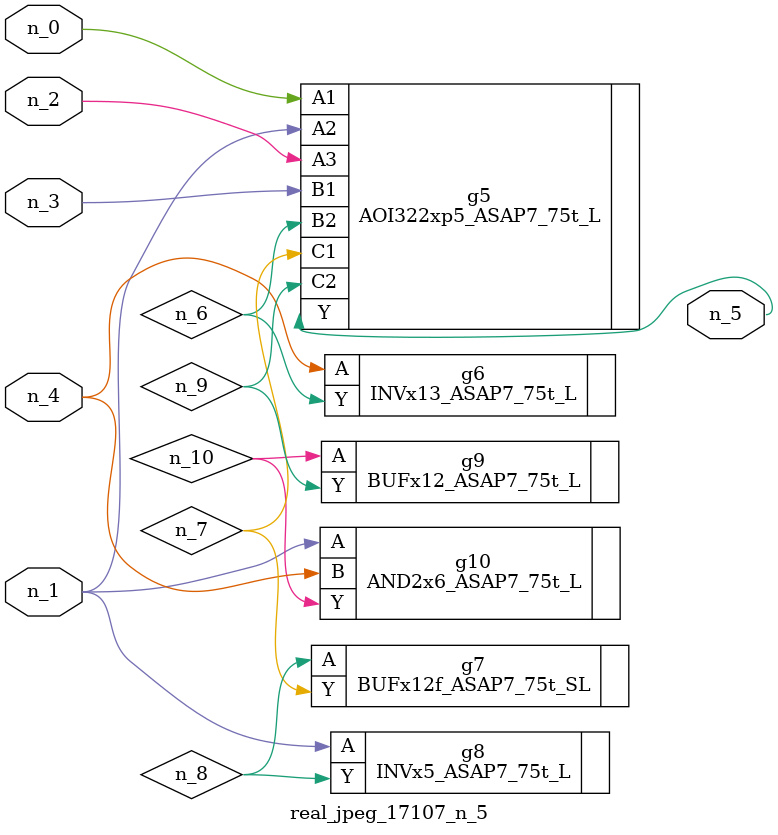
<source format=v>
module real_jpeg_17107_n_5 (n_4, n_0, n_1, n_2, n_3, n_5);

input n_4;
input n_0;
input n_1;
input n_2;
input n_3;

output n_5;

wire n_8;
wire n_6;
wire n_7;
wire n_10;
wire n_9;

AOI322xp5_ASAP7_75t_L g5 ( 
.A1(n_0),
.A2(n_1),
.A3(n_2),
.B1(n_3),
.B2(n_6),
.C1(n_7),
.C2(n_9),
.Y(n_5)
);

INVx5_ASAP7_75t_L g8 ( 
.A(n_1),
.Y(n_8)
);

AND2x6_ASAP7_75t_L g10 ( 
.A(n_1),
.B(n_4),
.Y(n_10)
);

INVx13_ASAP7_75t_L g6 ( 
.A(n_4),
.Y(n_6)
);

BUFx12f_ASAP7_75t_SL g7 ( 
.A(n_8),
.Y(n_7)
);

BUFx12_ASAP7_75t_L g9 ( 
.A(n_10),
.Y(n_9)
);


endmodule
</source>
